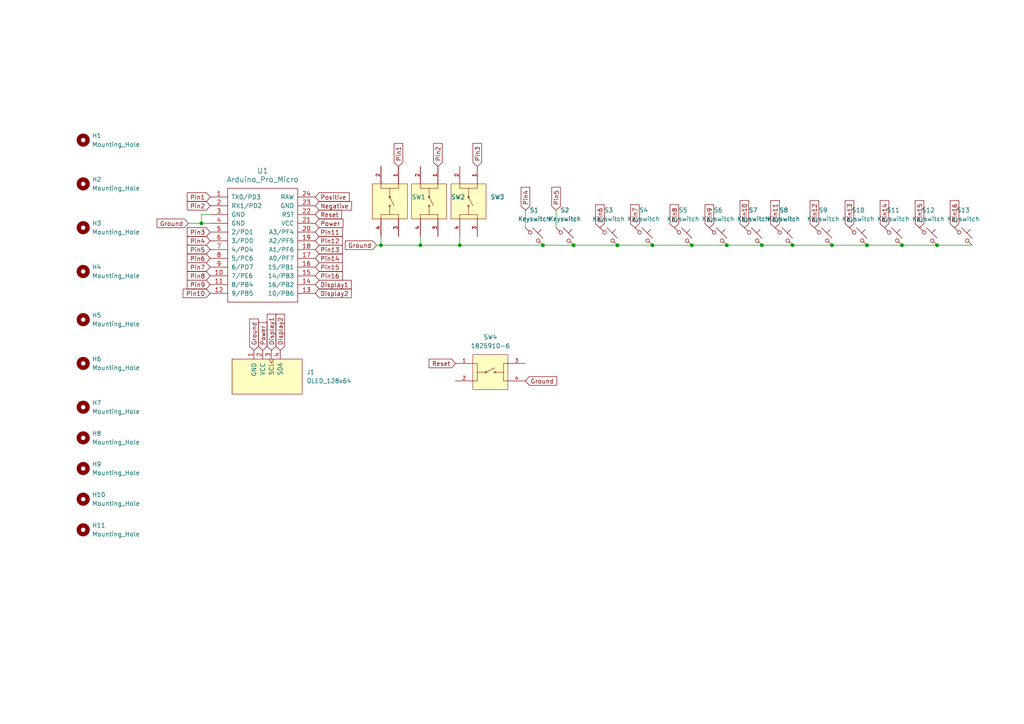
<source format=kicad_sch>
(kicad_sch (version 20230121) (generator eeschema)
  (paper "A4")
  (lib_symbols
    (symbol "1825910-6:1825910-6" (pin_names (offset 1.016))
      (property "Reference" "SW" (at -5.0897 5.8532 0))
      (property "Value" "1825910-6" (at -5.0883 -7.6325 0))
      (symbol "1825910-6_0_0"
        (rectangle (start -5.08 -5.08) (end 5.08 5.08) (stroke (width 0.127)) (fill (type background)))
        (circle (center -1.27 0) (radius 0.254) (stroke (width 0.127)))
        (polyline (pts (xy -5.08 2.54) (xy -3.81 2.54)) (stroke (width 0.127)))
        (polyline (pts (xy -3.81 -2.54) (xy -5.08 -2.54)) (stroke (width 0.127)))
        (polyline (pts (xy -3.81 0) (xy -3.81 -2.54)) (stroke (width 0.127)))
        (polyline (pts (xy -3.81 0) (xy -1.27 0)) (stroke (width 0.127)))
        (polyline (pts (xy -3.81 2.54) (xy -3.81 0)) (stroke (width 0.127)))
        (polyline (pts (xy -1.27 0) (xy 1.27 1.27)) (stroke (width 0.127)))
        (polyline (pts (xy 1.27 0) (xy 3.81 0)) (stroke (width 0.127)))
        (polyline (pts (xy 3.81 -2.54) (xy 5.08 -2.54)) (stroke (width 0.127)))
        (polyline (pts (xy 3.81 0) (xy 3.81 -2.54)) (stroke (width 0.127)))
        (polyline (pts (xy 3.81 0) (xy 3.81 2.54)) (stroke (width 0.127)))
        (polyline (pts (xy 3.81 2.54) (xy 5.08 2.54)) (stroke (width 0.127)))
        (circle (center 1.27 0) (radius 0.254) (stroke (width 0.127)))
        (pin passive line (at -10.16 2.54 0) (length 5.08) (name "~") (number "1"))
        (pin passive line (at -10.16 -2.54 0) (length 5.08) (name "~") (number "2"))
        (pin passive line (at 10.16 2.54 180) (length 5.08) (name "~") (number "3"))
        (pin passive line (at 10.16 -2.54 180) (length 5.08) (name "~") (number "4"))
      )
    )
    (symbol "ScottoKeebs:MCU_Arduino_Pro_Micro" (pin_names (offset 1.016))
      (property "Reference" "U" (at 0 0 0))
      (property "Value" "Arduino_Pro_Micro" (at 0 -19.05 0))
      (symbol "MCU_Arduino_Pro_Micro_0_1"
        (rectangle (start -10.16 16.51) (end 10.16 -16.51))
      )
      (symbol "MCU_Arduino_Pro_Micro_1_1"
        (pin input line (at -15.24 13.97 0) (length 5.08) (name "TX0/PD3") (number "1"))
        (pin input line (at -15.24 -8.89 0) (length 5.08) (name "7/PE6") (number "10"))
        (pin input line (at -15.24 -11.43 0) (length 5.08) (name "8/PB4") (number "11"))
        (pin input line (at -15.24 -13.97 0) (length 5.08) (name "9/PB5") (number "12"))
        (pin input line (at 15.24 -13.97 180) (length 5.08) (name "10/PB6") (number "13"))
        (pin input line (at 15.24 -11.43 180) (length 5.08) (name "16/PB2") (number "14"))
        (pin input line (at 15.24 -8.89 180) (length 5.08) (name "14/PB3") (number "15"))
        (pin input line (at 15.24 -6.35 180) (length 5.08) (name "15/PB1") (number "16"))
        (pin input line (at 15.24 -3.81 180) (length 5.08) (name "A0/PF7") (number "17"))
        (pin input line (at 15.24 -1.27 180) (length 5.08) (name "A1/PF6") (number "18"))
        (pin input line (at 15.24 1.27 180) (length 5.08) (name "A2/PF5") (number "19"))
        (pin input line (at -15.24 11.43 0) (length 5.08) (name "RX1/PD2") (number "2"))
        (pin input line (at 15.24 3.81 180) (length 5.08) (name "A3/PF4") (number "20"))
        (pin input line (at 15.24 6.35 180) (length 5.08) (name "VCC") (number "21"))
        (pin input line (at 15.24 8.89 180) (length 5.08) (name "RST") (number "22"))
        (pin input line (at 15.24 11.43 180) (length 5.08) (name "GND") (number "23"))
        (pin input line (at 15.24 13.97 180) (length 5.08) (name "RAW") (number "24"))
        (pin input line (at -15.24 8.89 0) (length 5.08) (name "GND") (number "3"))
        (pin input line (at -15.24 6.35 0) (length 5.08) (name "GND") (number "4"))
        (pin input line (at -15.24 3.81 0) (length 5.08) (name "2/PD1") (number "5"))
        (pin input line (at -15.24 1.27 0) (length 5.08) (name "3/PD0") (number "6"))
        (pin input line (at -15.24 -1.27 0) (length 5.08) (name "4/PD4") (number "7"))
        (pin input line (at -15.24 -3.81 0) (length 5.08) (name "5/PC6") (number "8"))
        (pin input line (at -15.24 -6.35 0) (length 5.08) (name "6/PD7") (number "9"))
      )
    )
    (symbol "ScottoKeebs:OLED_128x64" (pin_names (offset 1.016))
      (property "Reference" "J" (at 0 -11.43 0))
      (property "Value" "OLED_128x64" (at 0 -7.62 0))
      (symbol "OLED_128x64_0_1"
        (rectangle (start 10.16 -10.16) (end -10.16 0) (fill (type background)))
      )
      (symbol "OLED_128x64_1_1"
        (pin power_in line (at -3.81 2.54 270) (length 2.54) (name "GND") (number "1"))
        (pin power_in line (at -1.27 2.54 270) (length 2.54) (name "VCC") (number "2"))
        (pin input clock (at 1.27 2.54 270) (length 2.54) (name "SCL") (number "3"))
        (pin bidirectional line (at 3.81 2.54 270) (length 2.54) (name "SDA") (number "4"))
      )
    )
    (symbol "ScottoKeebs:Placeholder_Keyswitch" (pin_numbers hide) (pin_names (offset 1.016) hide)
      (property "Reference" "S" (at 3.048 1.016 0))
      (property "Value" "Keyswitch" (at 0 -3.81 0))
      (symbol "Placeholder_Keyswitch_0_1"
        (circle (center -1.1684 1.1684) (radius 0.508))
        (polyline (pts (xy -0.508 2.54) (xy 2.54 -0.508)))
        (polyline (pts (xy 1.016 1.016) (xy 2.032 2.032)))
        (polyline (pts (xy -2.54 2.54) (xy -1.524 1.524) (xy -1.524 1.524)))
        (polyline (pts (xy 1.524 -1.524) (xy 2.54 -2.54) (xy 2.54 -2.54) (xy 2.54 -2.54)))
        (circle (center 1.143 -1.1938) (radius 0.508))
        (pin passive line (at -2.54 2.54 0) (length 0) (name "1") (number "1"))
        (pin passive line (at 2.54 -2.54 180) (length 0) (name "2") (number "2"))
      )
    )
    (symbol "ScottoKeebs:Placeholder_Mounting_Hole" (pin_names (offset 1.016))
      (property "Reference" "H" (at 0 5.08 0))
      (property "Value" "Mounting_Hole" (at 0 3.175 0))
      (symbol "Placeholder_Mounting_Hole_0_1"
        (circle (center 0 0) (radius 1.27) (stroke (width 1.27)))
      )
    )
  )
  (junction (at 220.98 71.12))
  (junction (at 157.48 71.12))
  (junction (at 271.78 71.12))
  (junction (at 179.07 71.12))
  (junction (at 229.87 71.12))
  (junction (at 189.23 71.12))
  (junction (at 210.82 71.12))
  (junction (at 110.49 71.12))
  (junction (at 133.35 71.12))
  (junction (at 166.37 71.12))
  (junction (at 121.92 71.12))
  (junction (at 261.62 71.12))
  (junction (at 241.3 71.12))
  (junction (at 251.46 71.12))
  (junction (at 200.66 71.12))
  (junction (at 58.42 64.77))
  (wire (pts (xy 261.62 71.12) (xy 271.78 71.12)))
  (wire (pts (xy 220.98 71.12) (xy 229.87 71.12)))
  (wire (pts (xy 133.35 68.58) (xy 133.35 71.12)))
  (wire (pts (xy 60.96 62.23) (xy 58.42 62.23)))
  (wire (pts (xy 110.49 71.12) (xy 121.92 71.12)))
  (wire (pts (xy 271.78 71.12) (xy 281.94 71.12)))
  (wire (pts (xy 210.82 71.12) (xy 220.98 71.12)))
  (wire (pts (xy 110.49 68.58) (xy 110.49 71.12)))
  (wire (pts (xy 179.07 71.12) (xy 189.23 71.12)))
  (wire (pts (xy 241.3 71.12) (xy 251.46 71.12)))
  (wire (pts (xy 161.29 60.96) (xy 161.29 66.04)))
  (wire (pts (xy 189.23 71.12) (xy 200.66 71.12)))
  (wire (pts (xy 251.46 71.12) (xy 261.62 71.12)))
  (wire (pts (xy 200.66 71.12) (xy 210.82 71.12)))
  (wire (pts (xy 54.61 64.77) (xy 58.42 64.77)))
  (wire (pts (xy 121.92 68.58) (xy 121.92 71.12)))
  (wire (pts (xy 109.22 71.12) (xy 110.49 71.12)))
  (wire (pts (xy 133.35 71.12) (xy 157.48 71.12)))
  (wire (pts (xy 152.4 60.96) (xy 152.4 66.04)))
  (wire (pts (xy 166.37 71.12) (xy 179.07 71.12)))
  (wire (pts (xy 229.87 71.12) (xy 241.3 71.12)))
  (wire (pts (xy 157.48 71.12) (xy 166.37 71.12)))
  (wire (pts (xy 58.42 64.77) (xy 60.96 64.77)))
  (wire (pts (xy 121.92 71.12) (xy 133.35 71.12)))
  (wire (pts (xy 58.42 62.23) (xy 58.42 64.77)))
  (global_label "Ground" (shape input) (at 152.4 110.49 0) (property "Intersheetrefs" "${INTERSHEET_REFS}" (effects hide)))
  (global_label "Pin15" (shape input) (at 266.7 66.04 90) (property "Intersheetrefs" "${INTERSHEET_REFS}" (effects hide)))
  (global_label "Positive" (shape input) (at 91.44 57.15 0) (property "Intersheetrefs" "${INTERSHEET_REFS}" (effects hide)))
  (global_label "Pin10" (shape input) (at 60.96 85.09 180) (property "Intersheetrefs" "${INTERSHEET_REFS}" (effects hide)))
  (global_label "Pin9" (shape input) (at 205.74 66.04 90) (property "Intersheetrefs" "${INTERSHEET_REFS}" (effects hide)))
  (global_label "Display2" (shape input) (at 91.44 85.09 0) (property "Intersheetrefs" "${INTERSHEET_REFS}" (effects hide)))
  (global_label "Display1" (shape input) (at 91.44 82.55 0) (property "Intersheetrefs" "${INTERSHEET_REFS}" (effects hide)))
  (global_label "Pin3" (shape input) (at 60.96 67.31 180) (property "Intersheetrefs" "${INTERSHEET_REFS}" (effects hide)))
  (global_label "Pin8" (shape input) (at 195.58 66.04 90) (property "Intersheetrefs" "${INTERSHEET_REFS}" (effects hide)))
  (global_label "Ground" (shape input) (at 54.61 64.77 180) (property "Intersheetrefs" "${INTERSHEET_REFS}" (effects hide)))
  (global_label "Pin13" (shape input) (at 91.44 72.39 0) (property "Intersheetrefs" "${INTERSHEET_REFS}" (effects hide)))
  (global_label "Pin5" (shape input) (at 161.29 60.96 90) (property "Intersheetrefs" "${INTERSHEET_REFS}" (effects hide)))
  (global_label "Pin16" (shape input) (at 91.44 80.01 0) (property "Intersheetrefs" "${INTERSHEET_REFS}" (effects hide)))
  (global_label "Reset" (shape input) (at 132.08 105.41 180) (property "Intersheetrefs" "${INTERSHEET_REFS}" (effects hide)))
  (global_label "Pin13" (shape input) (at 246.38 66.04 90) (property "Intersheetrefs" "${INTERSHEET_REFS}" (effects hide)))
  (global_label "Pin11" (shape input) (at 91.44 67.31 0) (property "Intersheetrefs" "${INTERSHEET_REFS}" (effects hide)))
  (global_label "Pin7" (shape input) (at 60.96 77.47 180) (property "Intersheetrefs" "${INTERSHEET_REFS}" (effects hide)))
  (global_label "Pin15" (shape input) (at 91.44 77.47 0) (property "Intersheetrefs" "${INTERSHEET_REFS}" (effects hide)))
  (global_label "Pin6" (shape input) (at 173.99 66.04 90) (property "Intersheetrefs" "${INTERSHEET_REFS}" (effects hide)))
  (global_label "Pin10" (shape input) (at 215.9 66.04 90) (property "Intersheetrefs" "${INTERSHEET_REFS}" (effects hide)))
  (global_label "Ground" (shape input) (at 109.22 71.12 180) (property "Intersheetrefs" "${INTERSHEET_REFS}" (effects hide)))
  (global_label "Pin4" (shape input) (at 152.4 60.96 90) (property "Intersheetrefs" "${INTERSHEET_REFS}" (effects hide)))
  (global_label "Pin1" (shape input) (at 115.57 48.26 90) (property "Intersheetrefs" "${INTERSHEET_REFS}" (effects hide)))
  (global_label "Ground" (shape input) (at 73.66 101.6 90) (property "Intersheetrefs" "${INTERSHEET_REFS}" (effects hide)))
  (global_label "Pin14" (shape input) (at 91.44 74.93 0) (property "Intersheetrefs" "${INTERSHEET_REFS}" (effects hide)))
  (global_label "Pin16" (shape input) (at 276.86 66.04 90) (property "Intersheetrefs" "${INTERSHEET_REFS}" (effects hide)))
  (global_label "Pin3" (shape input) (at 138.43 48.26 90) (property "Intersheetrefs" "${INTERSHEET_REFS}" (effects hide)))
  (global_label "Pin9" (shape input) (at 60.96 82.55 180) (property "Intersheetrefs" "${INTERSHEET_REFS}" (effects hide)))
  (global_label "Pin11" (shape input) (at 224.79 66.04 90) (property "Intersheetrefs" "${INTERSHEET_REFS}" (effects hide)))
  (global_label "Display2" (shape input) (at 81.28 101.6 90) (property "Intersheetrefs" "${INTERSHEET_REFS}" (effects hide)))
  (global_label "Pin14" (shape input) (at 256.54 66.04 90) (property "Intersheetrefs" "${INTERSHEET_REFS}" (effects hide)))
  (global_label "Pin7" (shape input) (at 184.15 66.04 90) (property "Intersheetrefs" "${INTERSHEET_REFS}" (effects hide)))
  (global_label "Pin8" (shape input) (at 60.96 80.01 180) (property "Intersheetrefs" "${INTERSHEET_REFS}" (effects hide)))
  (global_label "Power" (shape input) (at 91.44 64.77 0) (property "Intersheetrefs" "${INTERSHEET_REFS}" (effects hide)))
  (global_label "Pin12" (shape input) (at 91.44 69.85 0) (property "Intersheetrefs" "${INTERSHEET_REFS}" (effects hide)))
  (global_label "Pin5" (shape input) (at 60.96 72.39 180) (property "Intersheetrefs" "${INTERSHEET_REFS}" (effects hide)))
  (global_label "Negative" (shape input) (at 91.44 59.69 0) (property "Intersheetrefs" "${INTERSHEET_REFS}" (effects hide)))
  (global_label "Pin2" (shape input) (at 127 48.26 90) (property "Intersheetrefs" "${INTERSHEET_REFS}" (effects hide)))
  (global_label "Pin4" (shape input) (at 60.96 69.85 180) (property "Intersheetrefs" "${INTERSHEET_REFS}" (effects hide)))
  (global_label "Power" (shape input) (at 76.2 101.6 90) (property "Intersheetrefs" "${INTERSHEET_REFS}" (effects hide)))
  (global_label "Pin6" (shape input) (at 60.96 74.93 180) (property "Intersheetrefs" "${INTERSHEET_REFS}" (effects hide)))
  (global_label "Pin1" (shape input) (at 60.96 57.15 180) (property "Intersheetrefs" "${INTERSHEET_REFS}" (effects hide)))
  (global_label "Display1" (shape input) (at 78.74 101.6 90) (property "Intersheetrefs" "${INTERSHEET_REFS}" (effects hide)))
  (global_label "Reset" (shape input) (at 91.44 62.23 0) (property "Intersheetrefs" "${INTERSHEET_REFS}" (effects hide)))
  (global_label "Pin2" (shape input) (at 60.96 59.69 180) (property "Intersheetrefs" "${INTERSHEET_REFS}" (effects hide)))
  (global_label "Pin12" (shape input) (at 236.22 66.04 90) (property "Intersheetrefs" "${INTERSHEET_REFS}" (effects hide)))
  (symbol (lib_id "ScottoKeebs:Placeholder_Keyswitch") (at 163.83 68.58 0) (unit 1)
    (property "Reference" "S2" (at 163.83 60.96 0))
    (property "Value" "Keyswitch" (at 163.83 63.5 0))
    (property "Footprint" "ScottoKeebs_Hotswap:Hotswap_MX_1.00u" (effects hide))
  )
  (symbol (lib_id "ScottoKeebs:OLED_128x64") (at 77.47 104.14 0) (unit 1)
    (property "Reference" "J1" (at 88.9 107.95 0) (effects (justify left)))
    (property "Value" "OLED_128x64" (at 88.9 110.49 0) (effects (justify left)))
    (property "Footprint" "ScottoKeebs_Components:OLED_128x64" (effects hide))
  )
  (symbol (lib_id "ScottoKeebs:Placeholder_Keyswitch") (at 208.28 68.58 0) (unit 1)
    (property "Reference" "S6" (at 208.28 60.96 0))
    (property "Value" "Keyswitch" (at 208.28 63.5 0))
    (property "Footprint" "ScottoKeebs_Hotswap:Hotswap_MX_1.00u" (effects hide))
  )
  (symbol (lib_id "1825910-6:1825910-6") (at 142.24 107.95 0) (unit 1)
    (property "Reference" "SW4" (at 142.24 97.79 0))
    (property "Value" "1825910-6" (at 142.24 100.33 0))
    (property "Footprint" "comps:SW_1825910-6-4" (effects hide))
    (property "Comment" "1825910-6" (effects hide))
    (property "MF" "TE Connectivity" (effects hide))
    (property "Description" "\nSwitch Push Button OFF (ON) SPST Round Button 0.05A 24VDC Momentary Contact PC Pins Thru-Hole\n" (effects hide))
    (property "Package" "None" (effects hide))
    (property "Price" "None" (effects hide))
    (property "Check_prices" "https://www.snapeda.com/parts/1825910-6/TE+Connectivity+ALCOSWITCH+Switches/view-part/?ref=eda" (effects hide))
    (property "STANDARD" "Manufacturer Recommendations" (effects hide))
    (property "PARTREV" "C10" (effects hide))
    (property "SnapEDA_Link" "https://www.snapeda.com/parts/1825910-6/TE+Connectivity+ALCOSWITCH+Switches/view-part/?ref=snap" (effects hide))
    (property "MP" "1825910-6" (effects hide))
    (property "Availability" "In Stock" (effects hide))
    (property "MANUFACTURER" "TE CONNECTIVITY" (effects hide))
  )
  (symbol (lib_id "ScottoKeebs:Placeholder_Keyswitch") (at 218.44 68.58 0) (unit 1)
    (property "Reference" "S7" (at 218.44 60.96 0))
    (property "Value" "Keyswitch" (at 218.44 63.5 0))
    (property "Footprint" "ScottoKeebs_Hotswap:Hotswap_MX_1.00u" (effects hide))
  )
  (symbol (lib_id "ScottoKeebs:Placeholder_Mounting_Hole") (at 24.13 92.71 0) (unit 1)
    (property "Reference" "H5" (at 26.67 91.44 0) (effects (justify left)))
    (property "Value" "Mounting_Hole" (at 26.67 93.98 0) (effects (justify left)))
    (property "Footprint" "MountingHole:MountingHole_2mm" (effects hide))
  )
  (symbol (lib_id "1825910-6:1825910-6") (at 113.03 58.42 270) (unit 1)
    (property "Reference" "SW1" (at 119.38 57.15 90) (effects (justify left)))
    (property "Value" "1825910-6" (effects hide))
    (property "Footprint" "comps:SW_1825910-6-4" (effects hide))
    (property "Comment" "1825910-6" (effects hide))
    (property "MF" "TE Connectivity" (effects hide))
    (property "Description" "\nSwitch Push Button OFF (ON) SPST Round Button 0.05A 24VDC Momentary Contact PC Pins Thru-Hole\n" (effects hide))
    (property "Package" "None" (effects hide))
    (property "Price" "None" (effects hide))
    (property "Check_prices" "https://www.snapeda.com/parts/1825910-6/TE+Connectivity+ALCOSWITCH+Switches/view-part/?ref=eda" (effects hide))
    (property "STANDARD" "Manufacturer Recommendations" (effects hide))
    (property "PARTREV" "C10" (effects hide))
    (property "SnapEDA_Link" "https://www.snapeda.com/parts/1825910-6/TE+Connectivity+ALCOSWITCH+Switches/view-part/?ref=snap" (effects hide))
    (property "MP" "1825910-6" (effects hide))
    (property "Availability" "In Stock" (effects hide))
    (property "MANUFACTURER" "TE CONNECTIVITY" (effects hide))
  )
  (symbol (lib_id "ScottoKeebs:Placeholder_Mounting_Hole") (at 24.13 144.78 0) (unit 1)
    (property "Reference" "H10" (at 26.67 143.51 0) (effects (justify left)))
    (property "Value" "Mounting_Hole" (at 26.67 146.05 0) (effects (justify left)))
    (property "Footprint" "MountingHole:MountingHole_2mm" (effects hide))
  )
  (symbol (lib_id "ScottoKeebs:Placeholder_Keyswitch") (at 269.24 68.58 0) (unit 1)
    (property "Reference" "S12" (at 269.24 60.96 0))
    (property "Value" "Keyswitch" (at 269.24 63.5 0))
    (property "Footprint" "ScottoKeebs_Hotswap:Hotswap_MX_1.00u" (effects hide))
  )
  (symbol (lib_id "ScottoKeebs:Placeholder_Keyswitch") (at 154.94 68.58 0) (unit 1)
    (property "Reference" "S1" (at 154.94 60.96 0))
    (property "Value" "Keyswitch" (at 154.94 63.5 0))
    (property "Footprint" "ScottoKeebs_Hotswap:Hotswap_MX_1.00u" (effects hide))
  )
  (symbol (lib_id "ScottoKeebs:Placeholder_Keyswitch") (at 279.4 68.58 0) (unit 1)
    (property "Reference" "S13" (at 279.4 60.96 0))
    (property "Value" "Keyswitch" (at 279.4 63.5 0))
    (property "Footprint" "ScottoKeebs_Hotswap:Hotswap_MX_1.00u" (effects hide))
  )
  (symbol (lib_id "ScottoKeebs:Placeholder_Keyswitch") (at 248.92 68.58 0) (unit 1)
    (property "Reference" "S10" (at 248.92 60.96 0))
    (property "Value" "Keyswitch" (at 248.92 63.5 0))
    (property "Footprint" "ScottoKeebs_Hotswap:Hotswap_MX_1.00u" (effects hide))
  )
  (symbol (lib_id "ScottoKeebs:Placeholder_Keyswitch") (at 176.53 68.58 0) (unit 1)
    (property "Reference" "S3" (at 176.53 60.96 0))
    (property "Value" "Keyswitch" (at 176.53 63.5 0))
    (property "Footprint" "ScottoKeebs_Hotswap:Hotswap_MX_1.00u" (effects hide))
  )
  (symbol (lib_id "ScottoKeebs:Placeholder_Mounting_Hole") (at 24.13 105.41 0) (unit 1)
    (property "Reference" "H6" (at 26.67 104.14 0) (effects (justify left)))
    (property "Value" "Mounting_Hole" (at 26.67 106.68 0) (effects (justify left)))
    (property "Footprint" "MountingHole:MountingHole_2mm" (effects hide))
  )
  (symbol (lib_id "ScottoKeebs:Placeholder_Keyswitch") (at 259.08 68.58 0) (unit 1)
    (property "Reference" "S11" (at 259.08 60.96 0))
    (property "Value" "Keyswitch" (at 259.08 63.5 0))
    (property "Footprint" "ScottoKeebs_Hotswap:Hotswap_MX_1.00u" (effects hide))
  )
  (symbol (lib_id "ScottoKeebs:Placeholder_Keyswitch") (at 238.76 68.58 0) (unit 1)
    (property "Reference" "S9" (at 238.76 60.96 0))
    (property "Value" "Keyswitch" (at 238.76 63.5 0))
    (property "Footprint" "ScottoKeebs_Hotswap:Hotswap_MX_1.00u" (effects hide))
  )
  (symbol (lib_id "ScottoKeebs:Placeholder_Mounting_Hole") (at 24.13 127 0) (unit 1)
    (property "Reference" "H8" (at 26.67 125.73 0) (effects (justify left)))
    (property "Value" "Mounting_Hole" (at 26.67 128.27 0) (effects (justify left)))
    (property "Footprint" "MountingHole:MountingHole_2mm" (effects hide))
  )
  (symbol (lib_id "ScottoKeebs:Placeholder_Mounting_Hole") (at 24.13 40.64 0) (unit 1)
    (property "Reference" "H1" (at 26.67 39.37 0) (effects (justify left)))
    (property "Value" "Mounting_Hole" (at 26.67 41.91 0) (effects (justify left)))
    (property "Footprint" "MountingHole:MountingHole_2mm" (effects hide))
  )
  (symbol (lib_id "ScottoKeebs:Placeholder_Keyswitch") (at 227.33 68.58 0) (unit 1)
    (property "Reference" "S8" (at 227.33 60.96 0))
    (property "Value" "Keyswitch" (at 227.33 63.5 0))
    (property "Footprint" "ScottoKeebs_Hotswap:Hotswap_MX_1.00u" (effects hide))
  )
  (symbol (lib_id "ScottoKeebs:Placeholder_Keyswitch") (at 198.12 68.58 0) (unit 1)
    (property "Reference" "S5" (at 198.12 60.96 0))
    (property "Value" "Keyswitch" (at 198.12 63.5 0))
    (property "Footprint" "ScottoKeebs_Hotswap:Hotswap_MX_1.00u" (effects hide))
  )
  (symbol (lib_id "ScottoKeebs:Placeholder_Mounting_Hole") (at 24.13 78.74 0) (unit 1)
    (property "Reference" "H4" (at 26.67 77.47 0) (effects (justify left)))
    (property "Value" "Mounting_Hole" (at 26.67 80.01 0) (effects (justify left)))
    (property "Footprint" "MountingHole:MountingHole_2mm" (effects hide))
  )
  (symbol (lib_id "ScottoKeebs:Placeholder_Mounting_Hole") (at 24.13 118.11 0) (unit 1)
    (property "Reference" "H7" (at 26.67 116.84 0) (effects (justify left)))
    (property "Value" "Mounting_Hole" (at 26.67 119.38 0) (effects (justify left)))
    (property "Footprint" "MountingHole:MountingHole_2mm" (effects hide))
  )
  (symbol (lib_id "1825910-6:1825910-6") (at 135.89 58.42 270) (unit 1)
    (property "Reference" "SW3" (at 142.24 57.15 90) (effects (justify left)))
    (property "Value" "1825910-6" (effects hide))
    (property "Footprint" "comps:SW_1825910-6-4" (effects hide))
    (property "Comment" "1825910-6" (effects hide))
    (property "MF" "TE Connectivity" (effects hide))
    (property "Description" "\nSwitch Push Button OFF (ON) SPST Round Button 0.05A 24VDC Momentary Contact PC Pins Thru-Hole\n" (effects hide))
    (property "Package" "None" (effects hide))
    (property "Price" "None" (effects hide))
    (property "Check_prices" "https://www.snapeda.com/parts/1825910-6/TE+Connectivity+ALCOSWITCH+Switches/view-part/?ref=eda" (effects hide))
    (property "STANDARD" "Manufacturer Recommendations" (effects hide))
    (property "PARTREV" "C10" (effects hide))
    (property "SnapEDA_Link" "https://www.snapeda.com/parts/1825910-6/TE+Connectivity+ALCOSWITCH+Switches/view-part/?ref=snap" (effects hide))
    (property "MP" "1825910-6" (effects hide))
    (property "Availability" "In Stock" (effects hide))
    (property "MANUFACTURER" "TE CONNECTIVITY" (effects hide))
  )
  (symbol (lib_id "ScottoKeebs:Placeholder_Mounting_Hole") (at 24.13 153.67 0) (unit 1)
    (property "Reference" "H11" (at 26.67 152.4 0) (effects (justify left)))
    (property "Value" "Mounting_Hole" (at 26.67 154.94 0) (effects (justify left)))
    (property "Footprint" "MountingHole:MountingHole_2mm" (effects hide))
  )
  (symbol (lib_id "ScottoKeebs:Placeholder_Keyswitch") (at 186.69 68.58 0) (unit 1)
    (property "Reference" "S4" (at 186.69 60.96 0))
    (property "Value" "Keyswitch" (at 186.69 63.5 0))
    (property "Footprint" "ScottoKeebs_Hotswap:Hotswap_MX_1.00u" (effects hide))
  )
  (symbol (lib_id "ScottoKeebs:Placeholder_Mounting_Hole") (at 24.13 135.89 0) (unit 1)
    (property "Reference" "H9" (at 26.67 134.62 0) (effects (justify left)))
    (property "Value" "Mounting_Hole" (at 26.67 137.16 0) (effects (justify left)))
    (property "Footprint" "MountingHole:MountingHole_2mm" (effects hide))
  )
  (symbol (lib_id "ScottoKeebs:Placeholder_Mounting_Hole") (at 24.13 66.04 0) (unit 1)
    (property "Reference" "H3" (at 26.67 64.77 0) (effects (justify left)))
    (property "Value" "Mounting_Hole" (at 26.67 67.31 0) (effects (justify left)))
    (property "Footprint" "MountingHole:MountingHole_2mm" (effects hide))
  )
  (symbol (lib_id "ScottoKeebs:Placeholder_Mounting_Hole") (at 24.13 53.34 0) (unit 1)
    (property "Reference" "H2" (at 26.67 52.07 0) (effects (justify left)))
    (property "Value" "Mounting_Hole" (at 26.67 54.61 0) (effects (justify left)))
    (property "Footprint" "MountingHole:MountingHole_2mm" (effects hide))
  )
  (symbol (lib_id "1825910-6:1825910-6") (at 124.46 58.42 270) (unit 1)
    (property "Reference" "SW2" (at 130.81 57.15 90) (effects (justify left)))
    (property "Value" "1825910-6" (effects hide))
    (property "Footprint" "comps:SW_1825910-6-4" (effects hide))
    (property "Comment" "1825910-6" (effects hide))
    (property "MF" "TE Connectivity" (effects hide))
    (property "Description" "\nSwitch Push Button OFF (ON) SPST Round Button 0.05A 24VDC Momentary Contact PC Pins Thru-Hole\n" (effects hide))
    (property "Package" "None" (effects hide))
    (property "Price" "None" (effects hide))
    (property "Check_prices" "https://www.snapeda.com/parts/1825910-6/TE+Connectivity+ALCOSWITCH+Switches/view-part/?ref=eda" (effects hide))
    (property "STANDARD" "Manufacturer Recommendations" (effects hide))
    (property "PARTREV" "C10" (effects hide))
    (property "SnapEDA_Link" "https://www.snapeda.com/parts/1825910-6/TE+Connectivity+ALCOSWITCH+Switches/view-part/?ref=snap" (effects hide))
    (property "MP" "1825910-6" (effects hide))
    (property "Availability" "In Stock" (effects hide))
    (property "MANUFACTURER" "TE CONNECTIVITY" (effects hide))
  )
  (symbol (lib_id "ScottoKeebs:MCU_Arduino_Pro_Micro") (at 76.2 71.12 0) (unit 1)
    (property "Reference" "U1" (at 76.2 49.53 0) (effects (font (size 1.524 1.524))))
    (property "Value" "Arduino_Pro_Micro" (at 76.2 52.07 0) (effects (font (size 1.524 1.524))))
    (property "Footprint" "ScottoKeebs_MCU:Arduino_Pro_Micro" (effects hide))
  )
)
</source>
